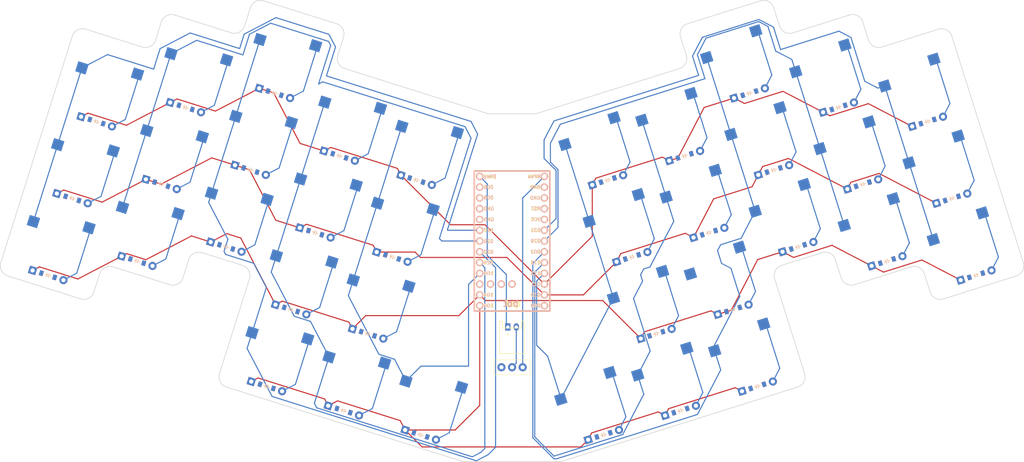
<source format=kicad_pcb>
(kicad_pcb (version 20241229) (generator "pcbnew") (generator_version "9.0")
  (title_block (title "ergogen_pcb_ergo") (rev "v1.0.0") (company "Unknown"))
  (layers (0 "F.Cu" signal) (2 "B.Cu" signal) (13 "F.Paste" user) (15 "B.Paste" user) (5 "F.SilkS" user) (7 "B.SilkS" user) (1 "F.Mask" user) (3 "B.Mask" user) (25 "Edge.Cuts" user))
  (net 0 "")
  (net 1 "P017")
  (net 2 "pinky_bottom")
  (net 3 "pinky_home")
  (net 4 "pinky_top")
  (net 5 "P020")
  (net 6 "ring_bottom")
  (net 7 "ring_home")
  (net 8 "ring_top")
  (net 9 "P022")
  (net 10 "middle_bottom")
  (net 11 "middle_home")
  (net 12 "middle_top")
  (net 13 "P024")
  (net 14 "index_bottom")
  (net 15 "index_home")
  (net 16 "index_top")
  (net 17 "P100")
  (net 18 "inner_bottom")
  (net 19 "inner_home")
  (net 20 "inner_top")
  (net 21 "inner_cluster")
  (net 22 "middle_cluster")
  (net 23 "outer_cluster")
  (net 24 "P031")
  (net 25 "mirror_pinky_bottom")
  (net 26 "mirror_pinky_home")
  (net 27 "mirror_pinky_top")
  (net 28 "P029")
  (net 29 "mirror_ring_bottom")
  (net 30 "mirror_ring_home")
  (net 31 "mirror_ring_top")
  (net 32 "P002")
  (net 33 "mirror_middle_bottom")
  (net 34 "mirror_middle_home")
  (net 35 "mirror_middle_top")
  (net 36 "P115")
  (net 37 "mirror_index_bottom")
  (net 38 "mirror_index_home")
  (net 39 "mirror_index_top")
  (net 40 "P113")
  (net 41 "mirror_inner_bottom")
  (net 42 "mirror_inner_home")
  (net 43 "mirror_inner_top")
  (net 44 "mirror_inner_cluster")
  (net 45 "mirror_middle_cluster")
  (net 46 "mirror_outer_cluster")
  (net 47 "P104")
  (net 48 "P010")
  (net 49 "P111")
  (net 50 "P106")
  (net 51 "BPos")
  (net 52 "RAW")
  (net 53 "GND")
  (net 54 "RST")
  (net 55 "VCC")
  (net 56 "P009")
  (net 57 "pos")
  (net 58 "P006")
  (net 59 "P008")
  (net 60 "P011")
  (net 61 "P101")
  (net 62 "P102")
  (net 63 "P107")
  (net 64 "neg")
  (footprint "ComboDiode" (layer "F.Cu") (at 232.713354 152.305285 17.5)
    (property "Reference" "D34" (hide yes))
    (property "Value" "" (hide yes))
  )
  (footprint "ComboDiode" (layer "F.Cu") (at 257.527779 104.637221 17.5)
    (property "Reference" "D23" (hide yes))
    (property "Value" "" (hide yes))
  )
  (footprint "MX" (layer "F.Cu") (at 233.994452 93.183721 17.5)
    (property "Reference" "S26" (hide yes))
    (property "Value" "" (hide yes))
  )
  (footprint "ComboDiode" (layer "F.Cu") (at 107.56836 119.410941 -17.5)
    (property "Reference" "D7" (hide yes))
    (property "Value" "" (hide yes))
  )
  (footprint "ComboDiode" (layer "F.Cu") (at 118.995182 83.169696 -17.5)
    (property "Reference" "D9" (hide yes))
    (property "Value" "" (hide yes))
  )
  (footprint "MX" (layer "F.Cu") (at 200.609911 113.670857 17.5)
    (property "Reference" "S32" (hide yes))
    (property "Value" "" (hide yes))
  )
  (footprint "MX" (layer "F.Cu") (at 94.860443 96.530625 -17.5)
    (property "Reference" "S5" (hide yes))
    (property "Value" "" (hide yes))
  )
  (footprint "JST_PH_S2B-PH-K_02x2.00mm_Angled" (layer "F.Cu") (at 174.916112 138.300235)
    (property "Reference" "JST1" (hide yes))
    (property "Value" "" (hide yes))
  )
  (footprint "MX" (layer "F.Cu") (at 230.157356 144.19869 17.5)
    (property "Reference" "S34" (hide yes))
    (property "Value" "" (hide yes))
  )
  (footprint "ComboDiode" (layer "F.Cu") (at 263.241189 122.757841 17.5)
    (property "Reference" "D22" (hide yes))
    (property "Value" "" (hide yes))
  )
  (footprint "MX" (layer "F.Cu") (at 228.28104 75.063103 17.5)
    (property "Reference" "S27" (hide yes))
    (property "Value" "" (hide yes))
  )
  (footprint "MX" (layer "F.Cu") (at 218.730536 107.957445 17.5)
    (property "Reference" "S29" (hide yes))
    (property "Value" "" (hide yes))
  )
  (footprint "ComboDiode" (layer "F.Cu") (at 203.165911 121.777449 17.5)
    (property "Reference" "D32" (hide yes))
    (property "Value" "" (hide yes))
  )
  (footprint "ComboDiode" (layer "F.Cu") (at 117.118868 152.305283 -17.5)
    (property "Reference" "D16" (hide yes))
    (property "Value" "" (hide yes))
  )
  (footprint "ComboDiode" (layer "F.Cu") (at 113.281772 101.290319 -17.5)
    (property "Reference" "D8" (hide yes))
    (property "Value" "" (hide yes))
  )
  (footprint "MX" (layer "F.Cu") (at 154.935721 95.550234 -17.5)
    (property "Reference" "S15" (hide yes))
    (property "Value" "" (hide yes))
  )
  (footprint "MX" (layer "F.Cu") (at 193.916111 155.62551 17.5)
    (property "Reference" "S36" (hide yes))
    (property "Value" "" (hide yes))
  )
  (footprint "ComboDiode" (layer "F.Cu") (at 214.592733 158.018694 17.5)
    (property "Reference" "D35" (hide yes))
    (property "Value" "" (hide yes))
  )
  (footprint "ComboDiode" (layer "F.Cu") (at 208.879325 139.898073 17.5)
    (property "Reference" "D31" (hide yes))
    (property "Value" "" (hide yes))
  )
  (footprint "ComboDiode" (layer "F.Cu") (at 251.814368 86.516597 17.5)
    (property "Reference" "D24" (hide yes))
    (property "Value" "" (hide yes))
  )
  (footprint "MX" (layer "F.Cu") (at 143.5089 131.79148 -17.5)
    (property "Reference" "S13" (hide yes))
    (property "Value" "" (hide yes))
  )
  (footprint "ComboDiode" (layer "F.Cu") (at 278.505107 107.984122 17.5)
    (property "Reference" "D20" (hide yes))
    (property "Value" "" (hide yes))
  )
  (footprint "ComboDiode" (layer "F.Cu") (at 221.286535 116.064041 17.5)
    (property "Reference" "D29" (hide yes))
    (property "Value" "" (hide yes))
  )
  (footprint "ComboDiode" (layer "F.Cu") (at 153.360113 163.732104 -17.5)
    (property "Reference" "D18" (hide yes))
    (property "Value" "" (hide yes))
  )
  (footprint "ComboDiode" (layer "F.Cu") (at 152.379718 103.656828 -17.5)
    (property "Reference" "D15" (hide yes))
    (property "Value" "" (hide yes))
  )
  (footprint "ComboDiode" (layer "F.Cu") (at 272.791695 89.863497 17.5)
    (property "Reference" "D21" (hide yes))
    (property "Value" "" (hide yes))
  )
  (footprint "MX" (layer "F.Cu") (at 281.662517 117.998146 17.5)
    (property "Reference" "S19" (hide yes))
    (property "Value" "" (hide yes))
  )
  (footprint "MX" (layer "F.Cu") (at 119.674866 144.19869 -17.5)
    (property "Reference" "S16" (hide yes))
    (property "Value" "" (hide yes))
  )
  (footprint "ComboDiode" (layer "F.Cu") (at 77.040529 89.863499 -17.5)
    (property "Reference" "D3" (hide yes))
    (property "Value" "" (hide yes))
  )
  (footprint "MX" (layer "F.Cu") (at 121.551181 75.063104 -17.5)
    (property "Reference" "S9" (hide yes))
    (property "Value" "" (hide yes))
  )
  (footprint "ComboDiode" (layer "F.Cu") (at 65.613707 126.104741 -17.5)
    (property "Reference" "D1" (hide yes))
    (property "Value" "" (hide yes))
  )
  (footprint "ComboDiode" (layer "F.Cu") (at 197.452501 103.656829 17.5)
    (property "Reference" "D33" (hide yes))
    (property "Value" "" (hide yes))
  )
  (footprint "ComboDiode" (layer "F.Cu") (at 98.017854 86.516595 -17.5)
    (property "Reference" "D6" (hide yes))
    (property "Value" "" (hide yes))
  )
  (footprint "ComboDiode" (layer "F.Cu") (at 242.263862 119.410941 17.5)
    (property "Reference" "D25" (hide yes))
    (property "Value" "" (hide yes))
  )
  (footprint "ComboDiode" (layer "F.Cu") (at 196.472111 163.732105 17.5)
    (property "Reference" "D36" (hide yes))
    (property "Value" "" (hide yes))
  )
  (footprint "MX" (layer "F.Cu") (at 155.916109 155.62551 -17.5)
    (property "Reference" "S18" (hide yes))
    (property "Value" "" (hide yes))
  )
  (footprint "nice_nano" (layer "F.Cu") (at 174.91611 119.300234 -90)
    (property "Reference" "MCU1" (hide yes))
    (property "Value" "nice_nano" (hide yes))
  )
  (footprint "MX" (layer "F.Cu") (at 115.837772 93.183726 -17.5)
    (property "Reference" "S8" (hide yes))
    (property "Value" "" (hide yes))
  )
  (footprint "ComboDiode" (layer "F.Cu") (at 230.837042 83.169696 17.5)
    (property "Reference" "D27" (hide yes))
    (property "Value" "" (hide yes))
  )
  (footprint "1test_slide_switch" (layer "F.Cu") (at 174.916113 147.800233)
    (property "Reference" "T1" (hide yes))
    (property "Value" "1test slide switch" (hide yes))
  )
  (footprint "MX" (layer "F.Cu") (at 254.971778 96.530624 17.5)
    (property "Reference" "S23" (hide yes))
    (property "Value" "" (hide yes))
  )
  (footprint "MX" (layer "F.Cu") (at 125.388278 126.07807 -17.5)
    (property "Reference" "S10" (hide yes))
    (property "Value" "" (hide yes))
  )
  (footprint "MX" (layer "F.Cu") (at 249.258367 78.410001 17.5)
    (property "Reference" "S24" (hide yes))
    (property "Value" "" (hide yes))
  )
  (footprint "MX" (layer "F.Cu") (at 110.12436 111.304345 -17.5)
    (property "Reference" "S7" (hide yes))
    (property "Value" "" (hide yes))
  )
  (footprint "MX" (layer "F.Cu") (at 224.443944 126.078068 17.5)
    (property "Reference" "S28" (hide yes))
    (property "Value" "" (hide yes))
  )
  (footprint "ComboDiode" (layer "F.Cu") (at 236.55045 101.290319 17.5)
    (property "Reference" "D26" (hide yes))
    (property "Value" "" (hide yes))
  )
  (footprint "MX" (layer "F.Cu") (at 194.896504 95.550233 17.5)
    (property "Reference" "S33" (hide yes))
    (property "Value" "" (hide yes))
  )
  (footprint "ComboDiode" (layer "F.Cu") (at 92.304446 104.637219 -17.5)
    (property "Reference" "D5" (hide yes))
    (property "Value" "" (hide yes))
  )
  (footprint "MX" (layer "F.Cu") (at 149.22231 113.670853 -17.5)
    (property "Reference" "S14" (hide yes))
    (property "Value" "" (hide yes))
  )
  (footprint "ComboDiode" (layer "F.Cu") (at 226.999947 134.184662 17.5)
    (property "Reference" "D28" (hide yes))
    (property "Value" "" (hide yes))
  )
  (footprint "ComboDiode" (layer "F.Cu") (at 215.573125 97.943415 17.5)
    (property "Reference" "D30" (hide yes))
    (property "Value" "" (hide yes))
  )
  (footprint "MX" (layer "F.Cu") (at 260.685187 114.651247 17.5)
    (property "Reference" "S22" (hide yes))
    (property "Value" "" (hide yes))
  )
  (footprint "MX" (layer "F.Cu") (at 89.147034 114.651249 -17.5)
    (property "Reference" "S4" (hide yes))
    (property "Value" "" (hide yes))
  )
  (footprint "MX" (layer "F.Cu") (at 213.017125 89.836823 17.5)
    (property "Reference" "S30" (hide yes))
    (property "Value" "" (hide yes))
  )
  (footprint "ComboDiode" (layer "F.Cu") (at 140.952903 139.898073 -17.5)
    (property "Reference" "D13" (hide yes))
    (property "Value" "" (hide yes))
  )
  (footprint "MX" (layer "F.Cu") (at 73.883113 99.877527 -17.5)
    (property "Reference" "S2" (hide yes))
    (property "Value" "" (hide yes))
  )
  (footprint "MX" (layer "F.Cu") (at 131.101688 107.957446 -17.5)
    (property "Reference" "S11" (hide yes))
    (property "Value" "" (hide yes))
  )
  (footprint "MX" (layer "F.Cu") (at 79.596526 81.756903 -17.5)
    (property "Reference" "S3" (hide yes))
    (property "Value" "" (hide yes))
  )
  (footprint "MX" (layer "F.Cu") (at 212.036733 149.912098 17.5)
    (property "Reference" "S35" (hide yes))
    (property "Value" "" (hide yes))
  )
  (footprint "MX" (layer "F.Cu") (at 206.323323 131.791477 17.5)
    (property "Reference" "S31" (hide yes))
    (property "Value" "" (hide yes))
  )
  (footprint "MX" (layer "F.Cu") (at 275.949108 99.877525 17.5)
    (property "Reference" "S20" (hide yes))
    (property "Value" "" (hide yes))
  )
  (footprint "ComboDiode" (layer "F.Cu") (at 122.83228 134.184661 -17.5)
    (property "Reference" "D10" (hide yes))
    (property "Value" "" (hide yes))
  )
  (footprint "ComboDiode" (layer "F.Cu") (at 135.239489 158.018693 -17.5)
    (property "Reference" "D17" (hide yes))
    (property "Value" "" (hide yes))
  )
  (footprint "MX" (layer "F.Cu") (at 100.573853 78.41 -17.5)
    (property "Reference" "S6" (hide yes))
    (property "Value" "" (hide yes))
  )
  (footprint "ComboDiode" (layer "F.Cu") (at 71.327119 107.984121 -17.5)
    (property "Reference" "D2" (hide yes))
    (property "Value" "" (hide yes))
  )
  (footprint "MX" (layer "F.Cu") (at 136.815098 89.836823 -17.5)
    (property "Reference" "S12" (hide yes))
    (property "Value" "" (hide yes))
  )
  (footprint "ComboDiode" (layer "F.Cu") (at 146.66631 121.777448 -17.5)
    (property "Reference" "D14" (hide yes))
    (property "Value" "" (hide yes))
  )
  (footprint "ComboDiode" (layer "F.Cu") (at 128.545688 116.064039 -17.5)
    (property "Reference" "D11" (hide yes))
    (property "Value" "" (hide yes))
  )
  (footprint "ComboDiode" (layer "F.Cu") (at 86.591035 122.757839 -17.5)
    (property "Reference" "D4" (hide yes))
    (property "Value" "" (hide yes))
  )
  (footprint "MX" (layer "F.Cu") (at 137.79549 149.9121 -17.5)
    (property "Reference" "S17" (hide yes))
    (property "Value" "" (hide yes))
  )
  (footprint "MX" (layer "F.Cu") (at 68.169707 117.99815 -17.5)
    (property "Reference" "S1" (hide yes))
    (property "Value" "" (hide yes))
  )
  (footprint "MX" (layer "F.Cu") (at 270.235695 81.756905 17.5)
    (property "Reference" "S21" (hide yes))
    (property "Value" "" (hide yes))
  )
  (footprint "ComboDiode" (layer "F.Cu") (at 134.259099 97.943418 -17.5)
    (property "Reference" "D12" (hide yes))
    (property "Value" "" (hide yes))
  )
  (footprint "ComboDiode" (layer "F.Cu") (at 284.218516 126.10474 17.5)
    (property "Reference" "D19" (hide yes))
    (property "Value" "" (hide yes))
  )
  (footprint "MX" (layer "F.Cu") (at 239.707863 111.304346 17.5)
    (property "Reference" "S25" (hide yes))
    (property "Value" "" (hide yes))
  )
  (gr_line (start 255.559857 128.325345) (end 268.91189 124.115465) (stroke (width 0.15)) (layer "Edge.Cuts"))
  (gr_arc (start 163.810524 170.051372) (mid 163.430217 170.022276) (end 163.058763 169.935666) (stroke (width 0.15)) (layer "Edge.Cuts"))
  (gr_arc (start 254.383707 64.735906) (mid 256.28984 64.902674) (end 257.519761 66.368435) (stroke (width 0.15)) (layer "Edge.Cuts"))
  (gr_line (start 133.872101 74.229491) (end 135.225278 69.937766) (stroke (width 0.15)) (layer "Edge.Cuts"))
  (gr_line (start 238.397394 123.77562) (end 247.934564 120.768563) (stroke (width 0.15)) (layer "Edge.Cuts"))
  (gr_arc (start 214.606943 69.937765) (mid 214.773709 68.03163) (end 216.23947 66.801709) (stroke (width 0.15)) (layer "Edge.Cuts"))
  (gr_arc (start 71.335136 69.715334) (mid 72.565056 68.249575) (end 74.471191 68.082806) (stroke (width 0.15)) (layer "Edge.Cuts"))
  (gr_line (start 169.74637 88.040604) (end 180.085852 88.040606) (stroke (width 0.15)) (layer "Edge.Cuts"))
  (gr_line (start 87.823228 72.292688) (end 74.471191 68.082806) (stroke (width 0.15)) (layer "Edge.Cuts"))
  (gr_line (start 276.537181 131.672244) (end 293.704085 126.259539) (stroke (width 0.15)) (layer "Edge.Cuts"))
  (gr_arc (start 295.336613 123.123483) (mid 295.169848 125.029619) (end 293.704085 126.259539) (stroke (width 0.15)) (layer "Edge.Cuts"))
  (gr_line (start 101.897658 120.768561) (end 111.434828 123.77562) (stroke (width 0.15)) (layer "Edge.Cuts"))
  (gr_line (start 233.406377 61.389004) (end 216.23947 66.801709) (stroke (width 0.15)) (layer "Edge.Cuts"))
  (gr_arc (start 107.633297 152.460082) (mid 106.167537 151.230161) (end 106.00077 149.324025) (stroke (width 0.15)) (layer "Edge.Cuts"))
  (gr_arc (start 233.406376 61.389003) (mid 235.312513 61.555768) (end 236.542435 63.021531) (stroke (width 0.15)) (layer "Edge.Cuts"))
  (gr_line (start 180.837618 87.924898) (end 214.327594 77.365547) (stroke (width 0.15)) (layer "Edge.Cuts"))
  (gr_line (start 251.070623 122.401091) (end 252.423798 126.692815) (stroke (width 0.15)) (layer "Edge.Cuts"))
  (gr_line (start 80.920332 124.115462) (end 94.272369 128.325347) (stroke (width 0.15)) (layer "Edge.Cuts"))
  (gr_arc (start 247.934564 120.768563) (mid 249.840701 120.935328) (end 251.070623 122.401091) (stroke (width 0.15)) (layer "Edge.Cuts"))
  (gr_arc (start 56.128135 126.25954) (mid 54.662371 125.02962) (end 54.495611 123.123485) (stroke (width 0.15)) (layer "Edge.Cuts"))
  (gr_line (start 107.633298 152.460083) (end 163.058763 169.935666) (stroke (width 0.15)) (layer "Edge.Cuts"))
  (gr_arc (start 133.592748 66.801709) (mid 135.05851 68.03163) (end 135.225278 69.937766) (stroke (width 0.15)) (layer "Edge.Cuts"))
  (gr_arc (start 243.83145 149.324026) (mid 243.664685 151.23016) (end 242.198925 152.460081) (stroke (width 0.15)) (layer "Edge.Cuts"))
  (gr_arc (start 215.960119 74.229492) (mid 215.793354 76.135626) (end 214.327594 77.365547) (stroke (width 0.15)) (layer "Edge.Cuts"))
  (gr_arc (start 268.911893 124.115462) (mid 270.818029 124.282228) (end 272.047951 125.747991) (stroke (width 0.15)) (layer "Edge.Cuts"))
  (gr_line (start 56.128138 126.259542) (end 73.295044 131.672246) (stroke (width 0.15)) (layer "Edge.Cuts"))
  (gr_line (start 237.895611 67.313258) (end 236.542435 63.021531) (stroke (width 0.15)) (layer "Edge.Cuts"))
  (gr_line (start 54.495611 123.123485) (end 71.335133 69.715333) (stroke (width 0.15)) (layer "Edge.Cuts"))
  (gr_line (start 186.773461 169.935663) (end 242.198925 152.460081) (stroke (width 0.15)) (layer "Edge.Cuts"))
  (gr_arc (start 77.784274 125.747987) (mid 79.014197 124.282226) (end 80.920332 124.115462) (stroke (width 0.15)) (layer "Edge.Cuts"))
  (gr_arc (start 236.764866 126.911679) (mid 236.93163 125.005541) (end 238.397394 123.77562) (stroke (width 0.15)) (layer "Edge.Cuts"))
  (gr_arc (start 262.008993 72.292687) (mid 260.10286 72.125921) (end 258.872938 70.66016) (stroke (width 0.15)) (layer "Edge.Cuts"))
  (gr_line (start 133.592753 66.801711) (end 116.425847 61.389005) (stroke (width 0.15)) (layer "Edge.Cuts"))
  (gr_arc (start 111.936613 67.313261) (mid 110.70669 68.779024) (end 108.800553 68.945784) (stroke (width 0.15)) (layer "Edge.Cuts"))
  (gr_line (start 163.810526 170.051374) (end 186.021697 170.051373) (stroke (width 0.15)) (layer "Edge.Cuts"))
  (gr_arc (start 241.031668 68.945786) (mid 239.125532 68.779021) (end 237.895611 67.313258) (stroke (width 0.15)) (layer "Edge.Cuts"))
  (gr_arc (start 186.77346 169.935667) (mid 186.402005 170.022278) (end 186.021697 170.051373) (stroke (width 0.15)) (layer "Edge.Cuts"))
  (gr_line (start 106.00077 149.324025) (end 113.067356 126.911676) (stroke (width 0.15)) (layer "Edge.Cuts"))
  (gr_line (start 97.408428 126.692816) (end 98.761605 122.401091) (stroke (width 0.15)) (layer "Edge.Cuts"))
  (gr_arc (start 111.434829 123.775622) (mid 112.90059 125.005542) (end 113.067356 126.911676) (stroke (width 0.15)) (layer "Edge.Cuts"))
  (gr_line (start 254.383704 64.735908) (end 241.031669 68.945786) (stroke (width 0.15)) (layer "Edge.Cuts"))
  (gr_arc (start 90.959281 70.660162) (mid 89.729361 72.125919) (end 87.823228 72.292688) (stroke (width 0.15)) (layer "Edge.Cuts"))
  (gr_line (start 275.361031 68.082805) (end 262.008994 72.292687) (stroke (width 0.15)) (layer "Edge.Cuts"))
  (gr_arc (start 97.408424 126.692816) (mid 96.178504 128.158577) (end 94.272369 128.325347) (stroke (width 0.15)) (layer "Edge.Cuts"))
  (gr_arc (start 135.504631 77.365548) (mid 134.038868 76.135628) (end 133.872101 74.229491) (stroke (width 0.15)) (layer "Edge.Cuts"))
  (gr_arc (start 76.4311 130.039718) (mid 75.201179 131.50548) (end 73.295044 131.672246) (stroke (width 0.15)) (layer "Edge.Cuts"))
  (gr_arc (start 169.74637 88.040606) (mid 169.36606 88.01151) (end 168.994603 87.924899) (stroke (width 0.15)) (layer "Edge.Cuts"))
  (gr_line (start 278.49709 69.715337) (end 295.336616 123.123485) (stroke (width 0.15)) (layer "Edge.Cuts"))
  (gr_line (start 272.047951 125.747991) (end 273.401125 130.039717) (stroke (width 0.15)) (layer "Edge.Cuts"))
  (gr_line (start 76.431098 130.039717) (end 77.784276 125.747991) (stroke (width 0.15)) (layer "Edge.Cuts"))
  (gr_arc (start 92.312462 66.368431) (mid 93.542383 64.90267) (end 95.448517 64.735908) (stroke (width 0.15)) (layer "Edge.Cuts"))
  (gr_line (start 108.800553 68.945784) (end 95.448517 64.735908) (stroke (width 0.15)) (layer "Edge.Cuts"))
  (gr_arc (start 113.289789 63.021531) (mid 114.519711 61.55577) (end 116.425847 61.389005) (stroke (width 0.15)) (layer "Edge.Cuts"))
  (gr_arc (start 276.537181 131.672244) (mid 274.631045 131.505479) (end 273.401125 130.039717) (stroke (width 0.15)) (layer "Edge.Cuts"))
  (gr_line (start 135.504631 77.365548) (end 168.994603 87.924899) (stroke (width 0.15)) (layer "Edge.Cuts"))
  (gr_arc (start 98.761603 122.401093) (mid 99.991522 120.935327) (end 101.897658 120.768561) (stroke (width 0.15)) (layer "Edge.Cuts"))
  (gr_arc (start 180.837618 87.924895) (mid 180.466161 88.011507) (end 180.085852 88.040606) (stroke (width 0.15)) (layer "Edge.Cuts"))
  (gr_line (start 92.312462 66.368432) (end 90.959286 70.66016) (stroke (width 0.15)) (layer "Edge.Cuts"))
  (gr_arc (start 275.361033 68.082807) (mid 277.267169 68.249574) (end 278.49709 69.715337) (stroke (width 0.15)) (layer "Edge.Cuts"))
  (gr_line (start 258.872938 70.66016) (end 257.519761 66.368435) (stroke (width 0.15)) (layer "Edge.Cuts"))
  (gr_line (start 113.28979 63.021533) (end 111.936611 67.313259) (stroke (width 0.15)) (layer "Edge.Cuts"))
  (gr_arc (start 255.559854 128.325346) (mid 253.653717 128.158579) (end 252.423798 126.692815) (stroke (width 0.15)) (layer "Edge.Cuts"))
  (gr_line (start 214.606945 69.937765) (end 215.960119 74.229492) (stroke (width 0.15)) (layer "Edge.Cuts"))
  (gr_line (start 236.764864 126.911677) (end 243.831455 149.324025) (stroke (width 0.15)) (layer "Edge.Cuts"))
  (segment (start 159.783902 115.490234) (end 167.29611 115.490234) (width 0.25) (layer "B.Cu") (net 1))
  (segment (start 111.824973 69.244511) (end 119.292707 65.357053) (width 0.25) (layer "B.Cu") (net 1))
  (segment (start 166.810796 92.823499) (end 159.692744 115.399073) (width 0.25) (layer "B.Cu") (net 1))
  (segment (start 99.093054 68.975368) (end 110.750888 72.651068) (width 0.25) (layer "B.Cu") (net 1))
  (segment (start 131.190234 79.095568) (end 164.120294 89.478378) (width 0.25) (layer "B.Cu") (net 1))
  (segment (start 165.255814 89.836406) (end 166.810796 92.823499) (width 0.25) (layer "B.Cu") (net 1))
  (segment (start 79.620778 74.071427) (end 90.495851 77.500325) (width 0.25) (layer "B.Cu") (net 1))
  (segment (start 73.603235 77.203964) (end 79.620778 74.071427) (width 0.25) (layer "B.Cu") (net 1))
  (segment (start 164.120294 89.478378) (end 165.255814 89.836406) (width 0.25) (layer "B.Cu") (net 1))
  (segment (start 133.338403 72.282454) (end 131.190234 79.095568) (width 0.25) (layer "B.Cu") (net 1))
  (segment (start 159.692744 115.399073) (end 159.783902 115.490234) (width 0.25) (layer "B.Cu") (net 1))
  (segment (start 92.023385 72.655604) (end 99.093054 68.975368) (width 0.25) (layer "B.Cu") (net 1))
  (segment (start 110.750888 72.651068) (end 111.824973 69.244511) (width 0.25) (layer "B.Cu") (net 1))
  (segment (start 90.495851 77.500325) (end 92.023385 72.655604) (width 0.25) (layer "B.Cu") (net 1))
  (segment (start 73.603236 77.203962) (end 62.176413 113.445206) (width 0.25) (layer "B.Cu") (net 1))
  (segment (start 119.292707 65.357053) (end 131.783418 69.295361) (width 0.25) (layer "B.Cu") (net 1))
  (segment (start 131.783418 69.295361) (end 133.338403 72.282454) (width 0.25) (layer "B.Cu") (net 1))
  (segment (start 75.572493 115.493171) (end 72.379538 125.619925) (width 0.25) (layer "B.Cu") (net 2))
  (segment (start 72.379538 125.619925) (end 69.247368 127.250431) (width 0.25) (layer "B.Cu") (net 2))
  (segment (start 75.268909 114.90999) (end 75.572493 115.493171) (width 0.25) (layer "B.Cu") (net 2))
  (segment (start 80.982313 96.789366) (end 81.285903 97.37255) (width 0.25) (layer "B.Cu") (net 3))
  (segment (start 81.285903 97.37255) (end 78.092946 107.499307) (width 0.25) (layer "B.Cu") (net 3))
  (segment (start 78.092946 107.499307) (end 74.960777 109.129807) (width 0.25) (layer "B.Cu") (net 3))
  (segment (start 83.806357 89.378684) (end 80.674188 91.009189) (width 0.25) (layer "B.Cu") (net 4))
  (segment (start 86.99931 79.251925) (end 83.806357 89.378684) (width 0.25) (layer "B.Cu") (net 4))
  (segment (start 86.695725 78.668745) (end 86.99931 79.251925) (width 0.25) (layer "B.Cu") (net 4))
  (segment (start 157.798664 117.446894) (end 158.382005 118.030233) (width 0.25) (layer "B.Cu") (net 5))
  (segment (start 118.067461 66.671123) (end 131.706881 70.971612) (width 0.25) (layer "B.Cu") (net 5))
  (segment (start 131.706881 70.971612) (end 132.202883 71.924426) (width 0.25) (layer "B.Cu") (net 5))
  (segment (start 130.322834 80.496252) (end 163.839829 91.064122) (width 0.25) (layer "B.Cu") (net 5))
  (segment (start 111.528379 74.144616) (end 113.06343 69.276053) (width 0.25) (layer "B.Cu") (net 5))
  (segment (start 94.580561 73.85706) (end 100.629466 70.708202) (width 0.25) (layer "B.Cu") (net 5))
  (segment (start 129.338659 81.00858) (end 130.322834 80.496252) (width 0.25) (layer "B.Cu") (net 5))
  (segment (start 132.202883 71.924426) (end 129.338659 81.00858) (width 0.25) (layer "B.Cu") (net 5))
  (segment (start 100.629466 70.708202) (end 111.528379 74.144616) (width 0.25) (layer "B.Cu") (net 5))
  (segment (start 113.06343 69.276053) (end 118.067461 66.671123) (width 0.25) (layer "B.Cu") (net 5))
  (segment (start 163.839829 91.064122) (end 165.258099 93.78859) (width 0.25) (layer "B.Cu") (net 5))
  (segment (start 158.382005 118.030233) (end 167.29611 118.030233) (width 0.25) (layer "B.Cu") (net 5))
  (segment (start 165.258099 93.78859) (end 157.798664 117.446894) (width 0.25) (layer "B.Cu") (net 5))
  (segment (start 94.580563 73.857061) (end 83.153739 110.098303) (width 0.25) (layer "B.Cu") (net 5))
  (segment (start 93.356862 122.273025) (end 90.224695 123.903532) (width 0.25) (layer "B.Cu") (net 6))
  (segment (start 96.549818 112.146269) (end 93.356862 122.273025) (width 0.25) (layer "B.Cu") (net 6))
  (segment (start 96.246233 111.563089) (end 96.549818 112.146269) (width 0.25) (layer "B.Cu") (net 6))
  (segment (start 102.263228 94.025647) (end 99.070277 104.152406) (width 0.25) (layer "B.Cu") (net 7))
  (segment (start 99.070277 104.152406) (end 95.938106 105.782908) (width 0.25) (layer "B.Cu") (net 7))
  (segment (start 101.959644 93.442467) (end 102.263228 94.025647) (width 0.25) (layer "B.Cu") (net 7))
  (segment (start 107.673054 75.321845) (end 107.976641 75.905027) (width 0.25) (layer "B.Cu") (net 8))
  (segment (start 107.976641 75.905027) (end 104.783686 86.03178) (width 0.25) (layer "B.Cu") (net 8))
  (segment (start 104.783686 86.03178) (end 101.651515 87.662283) (width 0.25) (layer "B.Cu") (net 8))
  (segment (start 114.061474 123.280759) (end 117.038377 128.999338) (width 0.25) (layer "B.Cu") (net 9))
  (segment (start 104.131067 106.751403) (end 103.448434 108.916437) (width 0.25) (layer "B.Cu") (net 9))
  (segment (start 118.39712 154.681152) (end 166.50774 169.850374) (width 0.25) (layer "B.Cu") (net 9))
  (segment (start 117.038377 128.999338) (end 113.681578 139.64575) (width 0.25) (layer "B.Cu") (net 9))
  (segment (start 107.076032 120.477648) (end 107.450084 121.196197) (width 0.25) (layer "B.Cu") (net 9))
  (segment (start 171.038411 166.658688) (end 171.038411 124.312536) (width 0.25) (layer "B.Cu") (net 9))
  (segment (start 103.448434 108.916437) (end 107.977866 117.617392) (width 0.25) (layer "B.Cu") (net 9))
  (segment (start 171.038411 124.312536) (end 167.296109 120.570233) (width 0.25) (layer "B.Cu") (net 9))
  (segment (start 107.977866 117.617392) (end 107.076032 120.477648) (width 0.25) (layer "B.Cu") (net 9))
  (segment (start 115.557892 70.510161) (end 104.131067 106.751403) (width 0.25) (layer "B.Cu") (net 9))
  (segment (start 169.300588 168.396511) (end 171.038411 166.658688) (width 0.25) (layer "B.Cu") (net 9))
  (segment (start 112.50792 143.368106) (end 118.39712 154.681152) (width 0.25) (layer "B.Cu") (net 9))
  (segment (start 166.50774 169.850374) (end 169.300588 168.396511) (width 0.25) (layer "B.Cu") (net 9))
  (segment (start 107.450084 121.196197) (end 114.061474 123.280759) (width 0.25) (layer "B.Cu") (net 9))
  (segment (start 113.681575 139.645749) (end 112.50792 143.368106) (width 0.25) (layer "B.Cu") (net 9))
  (segment (start 117.223559 108.216189) (end 117.527146 108.79937) (width 0.25) (layer "B.Cu") (net 10))
  (segment (start 114.334192 118.926127) (end 111.202022 120.55663) (width 0.25) (layer "B.Cu") (net 10))
  (segment (start 117.527146 108.79937) (end 114.334192 118.926127) (width 0.25) (layer "B.Cu") (net 10))
  (segment (start 122.93697 90.095565) (end 123.240556 90.678747) (width 0.25) (layer "B.Cu") (net 11))
  (segment (start 123.240556 90.678747) (end 120.047601 100.805504) (width 0.25) (layer "B.Cu") (net 11))
  (segment (start 120.047601 100.805504) (end 116.915431 102.436007) (width 0.25) (layer "B.Cu") (net 11))
  (segment (start 125.761011 82.684881) (end 122.628843 84.315385) (width 0.25) (layer "B.Cu") (net 12))
  (segment (start 128.953968 72.558124) (end 125.761011 82.684881) (width 0.25) (layer "B.Cu") (net 12))
  (segment (start 128.650382 71.974944) (end 128.953968 72.558124) (width 0.25) (layer "B.Cu") (net 12))
  (segment (start 118.190059 125.346667) (end 123.61756 135.772806) (width 0.25) (layer "B.Cu") (net 13))
  (segment (start 123.61756 135.772806) (end 127.439106 136.977732) (width 0.25) (layer "B.Cu") (net 13))
  (segment (start 165.545429 168.914666) (end 167.564831 167.86343) (width 0.25) (layer "B.Cu") (net 13))
  (segment (start 128.898729 157.360004) (end 165.545429 168.914666) (width 0.25) (layer "B.Cu") (net 13))
  (segment (start 131.802197 145.359159) (end 128.350436 156.306745) (width 0.25) (layer "B.Cu") (net 13))
  (segment (start 119.394986 121.525125) (end 118.190059 125.346667) (width 0.25) (layer "B.Cu") (net 13))
  (segment (start 127.439106 136.977732) (end 131.802196 145.359158) (width 0.25) (layer "B.Cu") (net 13))
  (segment (start 168.498409 166.929849) (end 168.49841 124.312534) (width 0.25) (layer "B.Cu") (net 13))
  (segment (start 128.350436 156.306745) (end 128.898729 157.360004) (width 0.25) (layer "B.Cu") (net 13))
  (segment (start 167.564831 167.86343) (end 168.498409 166.929849) (width 0.25) (layer "B.Cu") (net 13))
  (segment (start 168.49841 124.312534) (end 167.296108 123.110234) (width 0.25) (layer "B.Cu") (net 13))
  (segment (start 130.821808 85.283881) (end 119.394986 121.525125) (width 0.25) (layer "B.Cu") (net 13))
  (segment (start 132.487477 122.989909) (end 132.791065 123.573092) (width 0.25) (layer "B.Cu") (net 14))
  (segment (start 129.598105 133.699848) (end 126.465942 135.330352) (width 0.25) (layer "B.Cu") (net 14))
  (segment (start 132.791065 123.573092) (end 129.598105 133.699848) (width 0.25) (layer "B.Cu") (net 14))
  (segment (start 138.504473 105.452469) (end 135.311518 115.579226) (width 0.25) (layer "B.Cu") (net 15))
  (segment (start 135.311518 115.579226) (end 132.179351 117.209729) (width 0.25) (layer "B.Cu") (net 15))
  (segment (start 138.200885 104.869287) (end 138.504473 105.452469) (width 0.25) (layer "B.Cu") (net 15))
  (segment (start 144.217883 87.331844) (end 141.024927 97.458601) (width 0.25) (layer "B.Cu") (net 16))
  (segment (start 143.9143 86.748664) (end 144.217883 87.331844) (width 0.25) (layer "B.Cu") (net 16))
  (segment (start 141.024927 97.458601) (end 137.892759 99.089106) (width 0.25) (layer "B.Cu") (net 16))
  (segment (start 137.515607 127.238535) (end 136.355351 130.918402) (width 0.25) (layer "B.Cu") (net 17))
  (segment (start 148.942429 90.997293) (end 137.515607 127.238535) (width 0.25) (layer "B.Cu") (net 17))
  (segment (start 164.670789 147.532419) (end 164.670789 128.275555) (width 0.25) (layer "B.Cu") (net 17))
  (segment (start 147.235023 145.909362) (end 149.922819 151.072567) (width 0.25) (layer "B.Cu") (net 17))
  (segment (start 143.555162 144.749108) (end 147.235023 145.909362) (width 0.25) (layer "B.Cu") (net 17))
  (segment (start 153.462967 147.532419) (end 164.670789 147.532419) (width 0.25) (layer "B.Cu") (net 17))
  (segment (start 149.922816 151.072567) (end 153.462967 147.532419) (width 0.25) (layer "B.Cu") (net 17))
  (segment (start 136.355351 130.918402) (end 143.555162 144.749108) (width 0.25) (layer "B.Cu") (net 17))
  (segment (start 164.670789 128.275555) (end 167.296109 125.650233) (width 0.25) (layer "B.Cu") (net 17))
  (segment (start 150.608102 128.703319) (end 150.911683 129.286498) (width 0.25) (layer "B.Cu") (net 18))
  (segment (start 147.71873 139.413259) (end 144.586561 141.043762) (width 0.25) (layer "B.Cu") (net 18))
  (segment (start 150.911683 129.286498) (end 147.71873 139.413259) (width 0.25) (layer "B.Cu") (net 18))
  (segment (start 156.321508 110.582697) (end 156.625096 111.16588) (width 0.25) (layer "B.Cu") (net 19))
  (segment (start 156.625096 111.16588) (end 153.432139 121.292635) (width 0.25) (layer "B.Cu") (net 19))
  (segment (start 153.432139 121.292635) (end 150.299973 122.92314) (width 0.25) (layer "B.Cu") (net 19))
  (segment (start 162.034921 92.462074) (end 162.338507 93.045254) (width 0.25) (layer "B.Cu") (net 20))
  (segment (start 162.338507 93.045254) (end 159.145551 103.172014) (width 0.25) (layer "B.Cu") (net 20))
  (segment (start 159.145551 103.172014) (end 156.013383 104.802517) (width 0.25) (layer "B.Cu") (net 20))
  (segment (start 126.774066 141.11053) (end 127.077651 141.693713) (width 0.25) (layer "B.Cu") (net 21))
  (segment (start 127.077651 141.693713) (end 123.884698 151.820471) (width 0.25) (layer "B.Cu") (net 21))
  (segment (start 123.884698 151.820471) (end 120.75253 153.450971) (width 0.25) (layer "B.Cu") (net 21))
  (segment (start 145.198274 147.407121) (end 142.005317 157.53388) (width 0.25) (layer "B.Cu") (net 22))
  (segment (start 144.89469 146.823941) (end 145.198274 147.407121) (width 0.25) (layer "B.Cu") (net 22))
  (segment (start 142.005317 157.53388) (end 138.87315 159.164385) (width 0.25) (layer "B.Cu") (net 22))
  (segment (start 163.015311 152.537351) (end 163.318896 153.120531) (width 0.25) (layer "B.Cu") (net 23))
  (segment (start 160.125942 163.247291) (end 156.993774 164.877792) (width 0.25) (layer "B.Cu") (net 23))
  (segment (start 163.318896 153.120531) (end 160.125942 163.247291) (width 0.25) (layer "B.Cu") (net 23))
  (segment (start 219.737783 69.990327) (end 217.425765 74.431672) (width 0.25) (layer "B.Cu") (net 24))
  (segment (start 185.2865 112.739844) (end 182.53611 115.490234) (width 0.25) (layer "B.Cu") (net 24))
  (segment (start 184.792299 89.714584) (end 182.459825 94.195225) (width 0.25) (layer "B.Cu") (net 24))
  (segment (start 233.044276 65.794805) (end 219.737783 69.990327) (width 0.25) (layer "B.Cu") (net 24))
  (segment (start 251.911834 68.551876) (end 238.161703 72.887276) (width 0.25) (layer "B.Cu") (net 24))
  (segment (start 185.2865 101.389935) (end 185.2865 112.739844) (width 0.25) (layer "B.Cu") (net 24))
  (segment (start 262.714818 81.464965) (end 261.092036 81.976626) (width 0.25) (layer "B.Cu") (net 24))
  (segment (start 257.997279 80.365598) (end 254.735963 70.022024) (width 0.25) (layer "B.Cu") (net 24))
  (segment (start 182.459825 94.195225) (end 182.459825 98.56326) (width 0.25) (layer "B.Cu") (net 24))
  (segment (start 262.714819 81.464965) (end 274.141641 117.706209) (width 0.25) (layer "B.Cu") (net 24))
  (segment (start 182.459825 98.56326) (end 185.2865 101.389935) (width 0.25) (layer "B.Cu") (net 24))
  (segment (start 261.092036 81.976626) (end 257.997279 80.365598) (width 0.25) (layer "B.Cu") (net 24))
  (segment (start 236.491217 67.589169) (end 233.044276 65.794805) (width 0.25) (layer "B.Cu") (net 24))
  (segment (start 254.735963 70.022024) (end 251.911834 68.551876) (width 0.25) (layer "B.Cu") (net 24))
  (segment (start 217.425765 74.431672) (end 218.857876 78.973749) (width 0.25) (layer "B.Cu") (net 24))
  (segment (start 238.161703 72.887276) (end 236.491217 67.589169) (width 0.25) (layer "B.Cu") (net 24))
  (segment (start 218.857876 78.973749) (end 184.792299 89.714584) (width 0.25) (layer "B.Cu") (net 24))
  (segment (start 289.482682 121.826884) (end 287.852178 124.95905) (width 0.25) (layer "B.Cu") (net 25))
  (segment (start 286.289728 111.700128) (end 289.482682 121.826884) (width 0.25) (layer "B.Cu") (net 25))
  (segment (start 285.706545 111.396542) (end 286.289728 111.700128) (width 0.25) (layer "B.Cu") (net 25))
  (segment (start 280.576317 93.579506) (end 283.769269 103.706265) (width 0.25) (layer "B.Cu") (net 26))
  (segment (start 283.769269 103.706265) (end 282.13877 106.838433) (width 0.25) (layer "B.Cu") (net 26))
  (segment (start 279.993134 93.275919) (end 280.576317 93.579506) (width 0.25) (layer "B.Cu") (net 26))
  (segment (start 274.279724 75.155298) (end 274.862904 75.458884) (width 0.25) (layer "B.Cu") (net 27))
  (segment (start 274.862904 75.458884) (end 278.055861 85.585642) (width 0.25) (layer "B.Cu") (net 27))
  (segment (start 278.055861 85.585642) (end 276.42536 88.717808) (width 0.25) (layer "B.Cu") (net 27))
  (segment (start 220.351423 79.75124) (end 186.285846 90.492076) (width 0.25) (layer "B.Cu") (net 28))
  (segment (start 218.572354 74.108752) (end 220.351423 79.75124) (width 0.25) (layer "B.Cu") (net 28))
  (segment (start 220.613902 70.186974) (end 218.572354 74.108752) (width 0.25) (layer "B.Cu") (net 28))
  (segment (start 183.953372 99.418997) (end 185.7375 101.203125) (width 0.25) (layer "B.Cu") (net 28))
  (segment (start 240.824559 75.222612) (end 237.026184 73.245303) (width 0.25) (layer "B.Cu") (net 28))
  (segment (start 241.73749 78.118061) (end 240.824559 75.222612) (width 0.25) (layer "B.Cu") (net 28))
  (segment (start 233.001731 66.281107) (end 220.613902 70.186974) (width 0.25) (layer "B.Cu") (net 28))
  (segment (start 185.7375 114.828845) (end 182.536111 118.030234) (width 0.25) (layer "B.Cu") (net 28))
  (segment (start 241.73749 78.118061) (end 253.164311 114.359304) (width 0.25) (layer "B.Cu") (net 28))
  (segment (start 235.189463 67.419968) (end 233.001731 66.281107) (width 0.25) (layer "B.Cu") (net 28))
  (segment (start 183.953372 94.972717) (end 183.953372 99.418997) (width 0.25) (layer "B.Cu") (net 28))
  (segment (start 186.285846 90.492076) (end 183.953372 94.972717) (width 0.25) (layer "B.Cu") (net 28))
  (segment (start 185.7375 101.203125) (end 185.7375 114.828845) (width 0.25) (layer "B.Cu") (net 28))
  (segment (start 237.026184 73.245303) (end 235.189463 67.419968) (width 0.25) (layer "B.Cu") (net 28))
  (segment (start 265.312398 108.353226) (end 268.505354 118.479984) (width 0.25) (layer "B.Cu") (net 29))
  (segment (start 268.505354 118.479984) (end 266.87485 121.612152) (width 0.25) (layer "B.Cu") (net 29))
  (segment (start 264.729217 108.049641) (end 265.312398 108.353226) (width 0.25) (layer "B.Cu") (net 29))
  (segment (start 259.598987 90.232605) (end 262.791943 100.359364) (width 0.25) (layer "B.Cu") (net 30))
  (segment (start 259.015807 89.929019) (end 259.598987 90.232605) (width 0.25) (layer "B.Cu") (net 30))
  (segment (start 262.791943 100.359364) (end 261.161441 103.491529) (width 0.25) (layer "B.Cu") (net 30))
  (segment (start 257.078533 82.238742) (end 255.44803 85.370905) (width 0.25) (layer "B.Cu") (net 31))
  (segment (start 253.302396 71.808397) (end 253.885578 72.11198) (width 0.25) (layer "B.Cu") (net 31))
  (segment (start 253.885578 72.11198) (end 257.078533 82.238742) (width 0.25) (layer "B.Cu") (net 31))
  (segment (start 222.636478 143.90675) (end 224.062748 148.430298) (width 0.25) (layer "B.Cu") (net 32))
  (segment (start 232.186984 111.012407) (end 228.867077 117.389891) (width 0.25) (layer "B.Cu") (net 32))
  (segment (start 226.479347 124.465851) (end 228.568515 131.091838) (width 0.25) (layer "B.Cu") (net 32))
  (segment (start 218.602603 158.919138) (end 185.442909 169.374351) (width 0.25) (layer "B.Cu") (net 32))
  (segment (start 179.808432 123.297913) (end 182.53611 120.570234) (width 0.25) (layer "B.Cu") (net 32))
  (segment (start 222.357724 143.022654) (end 222.636478 143.90675) (width 0.25) (layer "B.Cu") (net 32))
  (segment (start 228.568515 131.091838) (end 222.357724 143.022654) (width 0.25) (layer "B.Cu") (net 32))
  (segment (start 179.808431 164.408634) (end 179.808432 123.297913) (width 0.25) (layer "B.Cu") (net 32))
  (segment (start 184.774147 169.37435) (end 179.808431 164.408634) (width 0.25) (layer "B.Cu") (net 32))
  (segment (start 220.760167 74.771163) (end 232.186984 111.012407) (width 0.25) (layer "B.Cu") (net 32))
  (segment (start 228.867077 117.389891) (end 224.033575 118.91389) (width 0.25) (layer "B.Cu") (net 32))
  (segment (start 224.062748 148.430298) (end 218.602603 158.919138) (width 0.25) (layer "B.Cu") (net 32))
  (segment (start 224.033575 118.91389) (end 223.315959 120.29242) (width 0.25) (layer "B.Cu") (net 32))
  (segment (start 223.315959 120.29242) (end 224.26905 123.315244) (width 0.25) (layer "B.Cu") (net 32))
  (segment (start 224.26905 123.315244) (end 226.479347 124.465851) (width 0.25) (layer "B.Cu") (net 32))
  (segment (start 185.442909 169.374351) (end 184.774147 169.37435) (width 0.25) (layer "B.Cu") (net 32))
  (segment (start 243.751891 104.70274) (end 244.335071 105.006326) (width 0.25) (layer "B.Cu") (net 33))
  (segment (start 247.528027 115.133084) (end 245.897524 118.265247) (width 0.25) (layer "B.Cu") (net 33))
  (segment (start 244.335071 105.006326) (end 247.528027 115.133084) (width 0.25) (layer "B.Cu") (net 33))
  (segment (start 241.814619 97.012459) (end 240.184113 100.14463) (width 0.25) (layer "B.Cu") (net 34))
  (segment (start 238.621664 86.885703) (end 241.814619 97.012459) (width 0.25) (layer "B.Cu") (net 34))
  (segment (start 238.03848 86.582117) (end 238.621664 86.885703) (width 0.25) (layer "B.Cu") (net 34))
  (segment (start 232.325072 68.461497) (end 232.908253 68.765082) (width 0.25) (layer "B.Cu") (net 35))
  (segment (start 232.908253 68.765082) (end 236.101203 78.891839) (width 0.25) (layer "B.Cu") (net 35))
  (segment (start 236.101203 78.891839) (end 234.470703 82.024006) (width 0.25) (layer "B.Cu") (net 35))
  (segment (start 200.995288 163.646498) (end 184.792747 168.755138) (width 0.25) (layer "B.Cu") (net 36))
  (segment (start 180.259432 125.386913) (end 182.536108 123.110234) (width 0.25) (layer "B.Cu") (net 36))
  (segment (start 207.447876 143.987803) (end 204.515857 149.620159) (width 0.25) (layer "B.Cu") (net 36))
  (segment (start 204.515857 149.620159) (end 205.942126 154.14371) (width 0.25) (layer "B.Cu") (net 36))
  (segment (start 205.195337 126.005828) (end 205.662671 127.488029) (width 0.25) (layer "B.Cu") (net 36))
  (segment (start 205.662671 127.488029) (end 203.534512 131.576191) (width 0.25) (layer "B.Cu") (net 36))
  (segment (start 207.395154 124.159965) (end 205.912953 124.627298) (width 0.25) (layer "B.Cu") (net 36))
  (segment (start 205.496247 89.544882) (end 213.009701 113.374517) (width 0.25) (layer "B.Cu") (net 36))
  (segment (start 184.792747 168.755138) (end 180.259432 164.221825) (width 0.25) (layer "B.Cu") (net 36))
  (segment (start 205.912953 124.627298) (end 205.195337 126.005828) (width 0.25) (layer "B.Cu") (net 36))
  (segment (start 180.259432 164.221825) (end 180.259432 125.386913) (width 0.25) (layer "B.Cu") (net 36))
  (segment (start 213.009701 113.374517) (end 207.395154 124.159965) (width 0.25) (layer "B.Cu") (net 36))
  (segment (start 203.534512 131.576191) (end 207.447876 143.987803) (width 0.25) (layer "B.Cu") (net 36))
  (segment (start 205.942126 154.14371) (end 200.995288 163.646498) (width 0.25) (layer "B.Cu") (net 36))
  (segment (start 232.26411 129.906808) (end 230.633605 133.038973) (width 0.25) (layer "B.Cu") (net 37))
  (segment (start 228.487974 119.476465) (end 229.071156 119.780049) (width 0.25) (layer "B.Cu") (net 37))
  (segment (start 229.071156 119.780049) (end 232.26411 129.906808) (width 0.25) (layer "B.Cu") (net 37))
  (segment (start 223.357745 101.659427) (end 226.5507 111.786184) (width 0.25) (layer "B.Cu") (net 38))
  (segment (start 222.774563 101.355841) (end 223.357745 101.659427) (width 0.25) (layer "B.Cu") (net 38))
  (segment (start 226.5507 111.786184) (end 224.920196 114.918351) (width 0.25) (layer "B.Cu") (net 38))
  (segment (start 217.644334 83.538799) (end 220.837288 93.665561) (width 0.25) (layer "B.Cu") (net 39))
  (segment (start 220.837288 93.665561) (end 219.206785 96.797727) (width 0.25) (layer "B.Cu") (net 39))
  (segment (start 217.061153 83.235217) (end 217.644334 83.538799) (width 0.25) (layer "B.Cu") (net 39))
  (segment (start 180.71043 142.607524) (end 180.71043 127.475913) (width 0.25) (layer "B.Cu") (net 40))
  (segment (start 186.459397 155.210314) (end 183.303272 145.200364) (width 0.25) (layer "B.Cu") (net 40))
  (segment (start 186.395233 155.33357) (end 186.459397 155.210314) (width 0.25) (layer "B.Cu") (net 40))
  (segment (start 187.375626 95.258294) (end 198.802445 131.499539) (width 0.25) (layer "B.Cu") (net 40))
  (segment (start 183.303272 145.200364) (end 180.71043 142.607524) (width 0.25) (layer "B.Cu") (net 40))
  (segment (start 180.71043 127.475913) (end 182.536111 125.650234) (width 0.25) (layer "B.Cu") (net 40))
  (segment (start 198.802445 131.499539) (end 186.395235 155.333571) (width 0.25) (layer "B.Cu") (net 40))
  (segment (start 214.143486 135.620217) (end 212.512984 138.752382) (width 0.25) (layer "B.Cu") (net 41))
  (segment (start 210.367353 125.189874) (end 210.950533 125.49346) (width 0.25) (layer "B.Cu") (net 41))
  (segment (start 210.950533 125.49346) (end 214.143486 135.620217) (width 0.25) (layer "B.Cu") (net 41))
  (segment (start 205.237123 107.372836) (end 208.430078 117.499594) (width 0.25) (layer "B.Cu") (net 42))
  (segment (start 204.653942 107.069253) (end 205.237123 107.372836) (width 0.25) (layer "B.Cu") (net 42))
  (segment (start 208.430078 117.499594) (end 206.799575 120.631759) (width 0.25) (layer "B.Cu") (net 42))
  (segment (start 199.523713 89.252213) (end 202.716668 99.378972) (width 0.25) (layer "B.Cu") (net 43))
  (segment (start 198.940533 88.948625) (end 199.523713 89.252213) (width 0.25) (layer "B.Cu") (net 43))
  (segment (start 202.716668 99.378972) (end 201.086162 102.511137) (width 0.25) (layer "B.Cu") (net 43))
  (segment (start 234.201384 137.597085) (end 234.784566 137.900668) (width 0.25) (layer "B.Cu") (net 44))
  (segment (start 237.97752 148.027427) (end 236.347017 151.159596) (width 0.25) (layer "B.Cu") (net 44))
  (segment (start 234.784566 137.900668) (end 237.97752 148.027427) (width 0.25) (layer "B.Cu") (net 44))
  (segment (start 219.8569 153.740837) (end 218.226396 156.873005) (width 0.25) (layer "B.Cu") (net 45))
  (segment (start 216.080761 143.310494) (end 216.663944 143.614075) (width 0.25) (layer "B.Cu") (net 45))
  (segment (start 216.663944 143.614075) (end 219.8569 153.740837) (width 0.25) (layer "B.Cu") (net 45))
  (segment (start 198.543323 149.327489) (end 201.736278 159.454247) (width 0.25) (layer "B.Cu") (net 46))
  (segment (start 201.736278 159.454247) (end 200.105772 162.586415) (width 0.25) (layer "B.Cu") (net 46))
  (segment (start 197.960139 149.023904) (end 198.543323 149.327489) (width 0.25) (layer "B.Cu") (net 46))
  (segment (start 136.484366 137.148604) (end 137.319238 138.752384) (width 0.25) (layer "F.Cu") (net 47))
  (segment (start 120.802395 132.2041) (end 136.484366 137.148604) (width 0.25) (layer "F.Cu") (net 47))
  (segment (start 226.570449 134.32008) (end 232.774055 122.403063) (width 0.25) (layer "F.Cu") (net 47))
  (segment (start 221.762506 134.495475) (end 223.366283 135.330352) (width 0.25) (layer "F.Cu") (net 47))
  (segment (start 72.644138 126.980882) (end 82.957373 121.612153) (width 0.25) (layer "F.Cu") (net 47))
  (segment (start 241.212786 121.901037) (end 250.273096 119.044332) (width 0.25) (layer "F.Cu") (net 47))
  (segment (start 107.72846 116.290346) (end 111.020106 117.328197) (width 0.25) (layer "F.Cu") (net 47))
  (segment (start 250.273096 119.044332) (end 259.607527 123.903531) (width 0.25) (layer "F.Cu") (net 47))
  (segment (start 262.401001 125.35772) (end 271.461312 122.501016) (width 0.25) (layer "F.Cu") (net 47))
  (segment (start 119.198617 133.038972) (end 120.802395 132.2041) (width 0.25) (layer "F.Cu") (net 47))
  (segment (start 167.296111 130.730234) (end 162.400176 135.626169) (width 0.25) (layer "F.Cu") (net 47))
  (segment (start 223.366283 135.330352) (end 226.570449 134.32008) (width 0.25) (layer "F.Cu") (net 47))
  (segment (start 232.774055 122.403063) (end 238.630201 120.556628) (width 0.25) (layer "F.Cu") (net 47))
  (segment (start 206.080538 139.439981) (end 221.762506 134.495475) (width 0.25) (layer "F.Cu") (net 47))
  (segment (start 196.269831 132.067933) (end 168.63381 132.067933) (width 0.25) (layer "F.Cu") (net 47))
  (segment (start 140.445454 135.626168) (end 137.319238 138.752383) (width 0.25) (layer "F.Cu") (net 47))
  (segment (start 238.630201 120.556628) (end 241.212786 121.901037) (width 0.25) (layer "F.Cu") (net 47))
  (segment (start 103.934699 118.265249) (end 107.72846 116.290346) (width 0.25) (layer "F.Cu") (net 47))
  (segment (start 88.655422 122.437803) (end 99.410842 116.838882) (width 0.25) (layer "F.Cu") (net 47))
  (segment (start 271.461312 122.501016) (end 280.584855 127.250429) (width 0.25) (layer "F.Cu") (net 47))
  (segment (start 168.63381 132.067933) (end 167.296111 130.730234) (width 0.25) (layer "F.Cu") (net 47))
  (segment (start 63.583826 124.124178) (end 72.644138 126.980882) (width 0.25) (layer "F.Cu") (net 47))
  (segment (start 84.118969 121.007464) (end 88.655422 122.437803) (width 0.25) (layer "F.Cu") (net 47))
  (segment (start 205.245661 141.043758) (end 206.080538 139.439981) (width 0.25) (layer "F.Cu") (net 47))
  (segment (start 61.980045 124.959054) (end 63.583826 124.124178) (width 0.25) (layer "F.Cu") (net 47))
  (segment (start 99.410842 116.838882) (end 103.934699 118.265249) (width 0.25) (layer "F.Cu") (net 47))
  (segment (start 259.607527 123.903531) (end 262.401001 125.35772) (width 0.25) (layer "F.Cu") (net 47))
  (segment (start 162.400176 135.626169) (end 140.445454 135.626168) (width 0.25) (layer "F.Cu") (net 47))
  (segment (start 82.957373 121.612153) (end 84.118969 121.007464) (width 0.25) (layer "F.Cu") (net 47))
  (segment (start 205.245661 141.043758) (end 196.269831 132.067933) (width 0.25) (layer "F.Cu") (net 47))
  (segment (start 111.020106 117.328197) (end 119.198617 133.038972) (width 0.25) (layer "F.Cu") (net 47))
  (segment (start 119.268945 113.139093) (end 124.912025 114.918352) (width 0.25) (layer "F.Cu") (net 48))
  (segment (start 232.916788 102.436006) (end 231.462597 105.229482) (width 0.25) (layer "F.Cu") (net 48))
  (segment (start 152.057631 120.63176) (end 153.333803 121.907933) (width 0.25) (layer "F.Cu") (net 48))
  (segment (start 215.723454 116.205336) (end 200.536643 120.993721) (width 0.25) (layer "F.Cu") (net 48))
  (segment (start 217.652872 117.209727) (end 215.723454 116.205336) (width 0.25) (layer "F.Cu") (net 48))
  (segment (start 126.515805 114.083476) (end 142.197775 119.027982) (width 0.25) (layer "F.Cu") (net 48))
  (segment (start 109.64811 100.144629) (end 113.065338 101.222078) (width 0.25) (layer "F.Cu") (net 48))
  (segment (start 78.357545 108.860262) (end 88.670783 103.491529) (width 0.25) (layer "F.Cu") (net 48))
  (segment (start 173.713809 121.907935) (end 182.53611 130.730231) (width 0.25) (layer "F.Cu") (net 48))
  (segment (start 153.333803 121.907933) (end 173.713809 121.907935) (width 0.25) (layer "F.Cu") (net 48))
  (segment (start 182.53611 130.730231) (end 191.725155 130.730232) (width 0.25) (layer "F.Cu") (net 48))
  (segment (start 67.693454 106.838432) (end 69.297236 106.003558) (width 0.25) (layer "F.Cu") (net 48))
  (segment (start 253.894116 105.78291) (end 240.016321 98.558587) (width 0.25) (layer "F.Cu") (net 48))
  (segment (start 104.171866 98.417977) (end 109.64811 100.144629) (width 0.25) (layer "F.Cu") (net 48))
  (segment (start 254.728994 104.179129) (end 253.894116 105.78291) (width 0.25) (layer "F.Cu") (net 48))
  (segment (start 142.197775 119.027982) (end 143.032646 120.631762) (width 0.25) (layer "F.Cu") (net 48))
  (segment (start 222.402287 108.086186) (end 217.652872 117.209727) (width 0.25) (layer "F.Cu") (net 48))
  (segment (start 240.016321 98.558587) (end 233.937504 100.475228) (width 0.25) (layer "F.Cu") (net 48))
  (segment (start 143.032646 120.631762) (end 152.057631 120.63176) (width 0.25) (layer "F.Cu") (net 48))
  (segment (start 261.35065 102.09133) (end 254.728994 104.179129) (width 0.25) (layer "F.Cu") (net 48))
  (segment (start 88.670783 103.491529) (end 92.254849 104.621582) (width 0.25) (layer "F.Cu") (net 48))
  (segment (start 69.297236 106.003558) (end 78.357545 108.860262) (width 0.25) (layer "F.Cu") (net 48))
  (segment (start 233.937504 100.475228) (end 232.916788 102.436006) (width 0.25) (layer "F.Cu") (net 48))
  (segment (start 191.725155 130.730232) (end 199.532249 122.923138) (width 0.25) (layer "F.Cu") (net 48))
  (segment (start 92.254849 104.621582) (end 104.171866 98.417977) (width 0.25) (layer "F.Cu") (net 48))
  (segment (start 231.462597 105.229482) (end 222.402287 108.086186) (width 0.25) (layer "F.Cu") (net 48))
  (segment (start 274.871444 109.129809) (end 261.35065 102.09133) (width 0.25) (layer "F.Cu") (net 48))
  (segment (start 113.065338 101.222078) (end 119.268945 113.139093) (width 0.25) (layer "F.Cu") (net 48))
  (segment (start 200.536643 120.993721) (end 199.532252 122.923139) (width 0.25) (layer "F.Cu") (net 48))
  (segment (start 124.912025 114.918352) (end 126.515805 114.083476) (width 0.25) (layer "F.Cu") (net 48))
  (segment (start 193.818838 116.907501) (end 182.53611 128.190233) (width 0.25) (layer "F.Cu") (net 49))
  (segment (start 160.429839 114.19492) (end 148.746058 102.511139) (width 0.25) (layer "F.Cu") (net 49))
  (segment (start 73.406867 88.717811) (end 75.010646 87.882936) (width 0.25) (layer "F.Cu") (net 49))
  (segment (start 84.070957 90.739639) (end 94.384192 85.370907) (width 0.25) (layer "F.Cu") (net 49))
  (segment (start 118.778752 83.101456) (end 124.982357 95.018472) (width 0.25) (layer "F.Cu") (net 49))
  (segment (start 124.982357 95.018472) (end 130.625439 96.797728) (width 0.25) (layer "F.Cu") (net 49))
  (segment (start 220.16981 86.533062) (end 227.203378 84.315384) (width 0.25) (layer "F.Cu") (net 49))
  (segment (start 210.335686 98.25423) (end 211.939461 99.089105) (width 0.25) (layer "F.Cu") (net 49))
  (segment (start 258.844799 85.640457) (end 269.158036 91.009186) (width 0.25) (layer "F.Cu") (net 49))
  (segment (start 194.653716 103.198739) (end 210.335686 98.25423) (width 0.25) (layer "F.Cu") (net 49))
  (segment (start 94.384192 85.370907) (end 95.987973 84.536035) (width 0.25) (layer "F.Cu") (net 49))
  (segment (start 182.53611 128.190233) (end 168.540796 114.19492) (width 0.25) (layer "F.Cu") (net 49))
  (segment (start 105.048284 87.39274) (end 115.361521 82.024008) (width 0.25) (layer "F.Cu") (net 49))
  (segment (start 75.010646 87.882936) (end 84.070957 90.739639) (width 0.25) (layer "F.Cu") (net 49))
  (segment (start 168.540796 114.19492) (end 160.429839 114.19492) (width 0.25) (layer "F.Cu") (net 49))
  (segment (start 193.818842 104.802518) (end 194.653716 103.198739) (width 0.25) (layer "F.Cu") (net 49))
  (segment (start 248.180706 87.662285) (end 249.784488 88.497162) (width 0.25) (layer "F.Cu") (net 49))
  (segment (start 132.229218 95.96285) (end 147.911185 100.907357) (width 0.25) (layer "F.Cu") (net 49))
  (segment (start 130.625439 96.797728) (end 132.229218 95.96285) (width 0.25) (layer "F.Cu") (net 49))
  (segment (start 238.72083 82.737787) (end 248.180706 87.662285) (width 0.25) (layer "F.Cu") (net 49))
  (segment (start 193.81884 104.802516) (end 193.818838 116.907501) (width 0.25) (layer "F.Cu") (net 49))
  (segment (start 147.911185 100.907357) (end 148.746058 102.511139) (width 0.25) (layer "F.Cu") (net 49))
  (segment (start 229.66052 85.594491) (end 238.72083 82.737787) (width 0.25) (layer "F.Cu") (net 49))
  (segment (start 249.784488 88.497162) (end 258.844799 85.640457) (width 0.25) (layer "F.Cu") (net 49))
  (segment (start 227.203378 84.315384) (end 229.66052 85.594491) (width 0.25) (layer "F.Cu") (net 49))
  (segment (start 115.361521 82.024008) (end 118.778752 83.101456) (width 0.25) (layer "F.Cu") (net 49))
  (segment (start 211.939461 99.089105) (end 213.966205 98.450076) (width 0.25) (layer "F.Cu") (net 49))
  (segment (start 95.987973 84.536035) (end 105.048284 87.39274) (width 0.25) (layer "F.Cu") (net 49))
  (segment (start 213.966205 98.450076) (end 220.16981 86.533062) (width 0.25) (layer "F.Cu") (net 49))
  (segment (start 115.088985 150.324722) (end 130.770956 155.269225) (width 0.25) (layer "F.Cu") (net 50))
  (segment (start 161.523041 162.586416) (end 167.296111 156.813347) (width 0.25) (layer "F.Cu") (net 50))
  (segment (start 211.793947 157.560606) (end 227.475914 152.616099) (width 0.25) (layer "F.Cu") (net 50))
  (segment (start 131.605829 156.873005) (end 133.811957 155.724568) (width 0.25) (layer "F.Cu") (net 50))
  (segment (start 130.770956 155.269225) (end 131.605829 156.873005) (width 0.25) (layer "F.Cu") (net 50))
  (segment (start 153.722453 166.58242) (end 191.133824 166.582418) (width 0.25) (layer "F.Cu") (net 50))
  (segment (start 209.355292 158.329507) (end 210.95907 159.164384) (width 0.25) (layer "F.Cu") (net 50))
  (segment (start 133.811957 155.724568) (end 148.578015 160.380287) (width 0.25) (layer "F.Cu") (net 50))
  (segment (start 113.485205 151.159595) (end 115.088985 150.324722) (width 0.25) (layer "F.Cu") (net 50))
  (segment (start 227.475914 152.616099) (end 229.079692 153.450974) (width 0.25) (layer "F.Cu") (net 50))
  (segment (start 193.673326 163.274014) (end 209.355292 158.329507) (width 0.25) (layer "F.Cu") (net 50))
  (segment (start 149.726448 162.586414) (end 153.722453 166.58242) (width 0.25) (layer "F.Cu") (net 50))
  (segment (start 210.95907 159.164384) (end 211.793947 157.560606) (width 0.25) (layer "F.Cu") (net 50))
  (segment (start 191.133824 166.582418) (end 192.838449 164.877793) (width 0.25) (layer "F.Cu") (net 50))
  (segment (start 167.296111 156.813347) (end 167.296111 133.270233) (width 0.25) (layer "F.Cu") (net 50))
  (segment (start 149.726448 162.586414) (end 161.523041 162.586416) (width 0.25) (layer "F.Cu") (net 50))
  (segment (start 192.838449 164.877793) (end 193.673326 163.274014) (width 0.25) (layer "F.Cu") (net 50))
  (segment (start 148.578015 160.380287) (end 149.726452 162.586416) (width 0.25) (layer "F.Cu") (net 50))
  (segment (start 177.416112 107.910231) (end 182.53611 102.790233) (width 0.25) (layer "B.Cu") (net 51))
  (segment (start 177.416112 147.800233) (end 177.416112 107.910231) (width 0.25) (layer "B.Cu") (net 51))
  (segment (start 169.06875 104.562874) (end 169.06875 121.44375) (width 0.25) (layer "B.Cu") (net 57))
  (segment (start 169.06875 121.44375) (end 173.578411 125.953411) (width 0.25) (layer "B.Cu") (net 57))
  (segment (start 173.578411 125.953411) (end 173.578411 137.962534) (width 0.25) (layer "B.Cu") (net 57))
  (segment (start 167.29611 102.790234) (end 169.06875 104.562874) (width 0.25) (layer "B.Cu") (net 57))
  (segment (start 173.578411 137.962534) (end 173.916112 138.300235) (width 0.25) (layer "B.Cu") (net 57))
  (segment (start 175.916112 146.800234) (end 174.916113 147.800233) (width 0.25) (layer "B.Cu") (net 64))
  (segment (start 175.916112 138.300235) (end 175.916112 146.800234) (width 0.25) (layer "B.Cu") (net 64))
)
</source>
